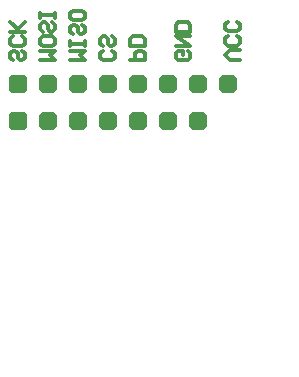
<source format=gbs>
G04*
G04 #@! TF.GenerationSoftware,Altium Limited,Altium Designer,24.3.1 (35)*
G04*
G04 Layer_Color=16711935*
%FSLAX25Y25*%
%MOIN*%
G70*
G04*
G04 #@! TF.SameCoordinates,749AA8DA-3F55-4B39-BDDD-BDD76B79CAE6*
G04*
G04*
G04 #@! TF.FilePolarity,Negative*
G04*
G01*
G75*
%ADD10C,0.01181*%
G04:AMPARAMS|DCode=25|XSize=63.06mil|YSize=63.06mil|CornerRadius=0mil|HoleSize=0mil|Usage=FLASHONLY|Rotation=0.000|XOffset=0mil|YOffset=0mil|HoleType=Round|Shape=Octagon|*
%AMOCTAGOND25*
4,1,8,0.03153,-0.01576,0.03153,0.01576,0.01576,0.03153,-0.01576,0.03153,-0.03153,0.01576,-0.03153,-0.01576,-0.01576,-0.03153,0.01576,-0.03153,0.03153,-0.01576,0.0*
%
%ADD25OCTAGOND25*%

G04:AMPARAMS|DCode=26|XSize=63.06mil|YSize=63.06mil|CornerRadius=16.76mil|HoleSize=0mil|Usage=FLASHONLY|Rotation=0.000|XOffset=0mil|YOffset=0mil|HoleType=Round|Shape=RoundedRectangle|*
%AMROUNDEDRECTD26*
21,1,0.06306,0.02953,0,0,0.0*
21,1,0.02953,0.06306,0,0,0.0*
1,1,0.03353,0.01476,-0.01476*
1,1,0.03353,-0.01476,-0.01476*
1,1,0.03353,-0.01476,0.01476*
1,1,0.03353,0.01476,0.01476*
%
%ADD26ROUNDEDRECTD26*%
%ADD27C,0.00400*%
D10*
X16574Y121330D02*
X17361Y120543D01*
Y118968D01*
X16574Y118181D01*
X15787D01*
X15000Y118968D01*
Y120543D01*
X14213Y121330D01*
X13426D01*
X12639Y120543D01*
Y118968D01*
X13426Y118181D01*
X16574Y126053D02*
X17361Y125265D01*
Y123691D01*
X16574Y122904D01*
X13426D01*
X12639Y123691D01*
Y125265D01*
X13426Y126053D01*
X17361Y127627D02*
X12639D01*
X14213D01*
X17361Y130775D01*
X15000Y128414D01*
X12639Y130775D01*
X22639Y118181D02*
X27361D01*
X25787Y119755D01*
X27361Y121330D01*
X22639D01*
X27361Y125265D02*
Y123691D01*
X26574Y122904D01*
X23426D01*
X22639Y123691D01*
Y125265D01*
X23426Y126053D01*
X26574D01*
X27361Y125265D01*
X26574Y130775D02*
X27361Y129988D01*
Y128414D01*
X26574Y127627D01*
X25787D01*
X25000Y128414D01*
Y129988D01*
X24213Y130775D01*
X23426D01*
X22639Y129988D01*
Y128414D01*
X23426Y127627D01*
X27361Y132350D02*
Y133924D01*
Y133137D01*
X22639D01*
Y132350D01*
Y133924D01*
X32639Y118181D02*
X37361D01*
X35787Y119755D01*
X37361Y121330D01*
X32639D01*
X37361Y122904D02*
Y124478D01*
Y123691D01*
X32639D01*
Y122904D01*
Y124478D01*
X36574Y129988D02*
X37361Y129201D01*
Y127627D01*
X36574Y126840D01*
X35787D01*
X35000Y127627D01*
Y129201D01*
X34213Y129988D01*
X33426D01*
X32639Y129201D01*
Y127627D01*
X33426Y126840D01*
X37361Y133924D02*
Y132350D01*
X36574Y131563D01*
X33426D01*
X32639Y132350D01*
Y133924D01*
X33426Y134711D01*
X36574D01*
X37361Y133924D01*
X46574Y121330D02*
X47361Y120543D01*
Y118968D01*
X46574Y118181D01*
X43426D01*
X42639Y118968D01*
Y120543D01*
X43426Y121330D01*
X46574Y126053D02*
X47361Y125265D01*
Y123691D01*
X46574Y122904D01*
X45787D01*
X45000Y123691D01*
Y125265D01*
X44213Y126053D01*
X43426D01*
X42639Y125265D01*
Y123691D01*
X43426Y122904D01*
X52639Y118181D02*
X57361D01*
Y120543D01*
X56574Y121330D01*
X55000D01*
X54213Y120543D01*
Y118181D01*
X57361Y122904D02*
X52639D01*
Y125265D01*
X53426Y126053D01*
X56574D01*
X57361Y125265D01*
Y122904D01*
X88976Y118307D02*
X85827D01*
X84253Y119881D01*
X85827Y121456D01*
X88976D01*
X88188Y126179D02*
X88976Y125391D01*
Y123817D01*
X88188Y123030D01*
X85040D01*
X84253Y123817D01*
Y125391D01*
X85040Y126179D01*
X88188Y130901D02*
X88976Y130114D01*
Y128540D01*
X88188Y127753D01*
X85040D01*
X84253Y128540D01*
Y130114D01*
X85040Y130901D01*
X71732Y121330D02*
X72519Y120543D01*
Y118968D01*
X71732Y118181D01*
X68583D01*
X67796Y118968D01*
Y120543D01*
X68583Y121330D01*
X70157D01*
Y119755D01*
X67796Y122904D02*
X72519D01*
X67796Y126053D01*
X72519D01*
Y127627D02*
X67796D01*
Y129988D01*
X68583Y130775D01*
X71732D01*
X72519Y129988D01*
Y127627D01*
D25*
X65000Y110236D02*
D03*
X25000D02*
D03*
X35000D02*
D03*
X45000D02*
D03*
X55000D02*
D03*
X75000D02*
D03*
X85000D02*
D03*
X75000Y98000D02*
D03*
X55000D02*
D03*
X45000D02*
D03*
X35000D02*
D03*
X25000D02*
D03*
X65000D02*
D03*
D26*
X15000Y110236D02*
D03*
Y98000D02*
D03*
D27*
X106299Y15748D02*
D03*
M02*

</source>
